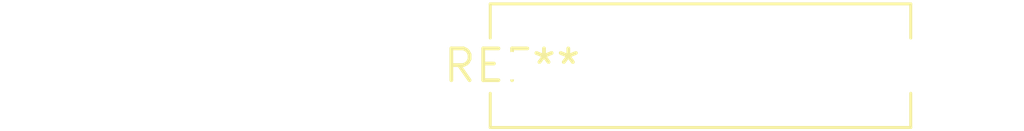
<source format=kicad_pcb>
(kicad_pcb (version 20240108) (generator pcbnew)
  (layers (0 "F.Cu" signal) (31 "B.Cu" signal) (34 "B.Paste" user) (35 "F.Paste" user) (36 "B.SilkS" user "B.Silkscreen") (37 "F.SilkS" user "F.Silkscreen") (38 "B.Mask" user) (39 "F.Mask" user) (44 "Edge.Cuts" user))
  (net 0 "")
  (footprint "C_Rect_L16.5mm_W4.7mm_P15.00mm_MKT" (layer "F.Cu") (at 0 0)
    (property "Reference" "REF**")
    (property "Value" "C_Rect_L16.5mm_W4.7mm_P15.00mm_MKT")
    (fp_line (start -0.87 -2.47) (end -0.87 -1.104) (layer "F.SilkS") (stroke (width 0.12)))
    (fp_line (start -0.87 -2.47) (end 15.87 -2.47) (layer "F.SilkS") (stroke (width 0.12)))
    (fp_line (start -0.87 1.104) (end -0.87 2.47) (layer "F.SilkS") (stroke (width 0.12)))
    (fp_line (start -0.87 2.47) (end 15.87 2.47) (layer "F.SilkS") (stroke (width 0.12)))
    (fp_line (start 15.87 -2.47) (end 15.87 -1.104) (layer "F.SilkS") (stroke (width 0.12)))
    (fp_line (start 15.87 1.104) (end 15.87 2.47) (layer "F.SilkS") (stroke (width 0.12)))
    (pad "1" thru_hole circle (at 0 0) (size 2.2 2.2) (drill 1.1) (layers *.Cu *.Mask) (remove_unused_layers))
    (pad "2" thru_hole circle (at 15 0) (size 2.2 2.2) (drill 1.1) (layers *.Cu *.Mask) (remove_unused_layers))
  )
)
</source>
